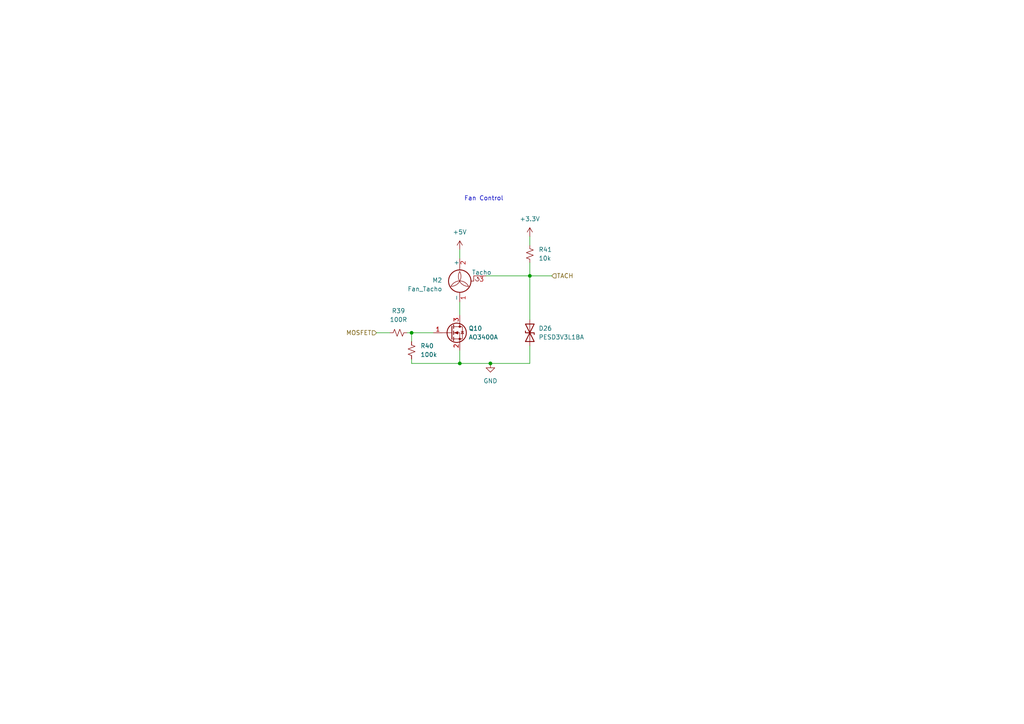
<source format=kicad_sch>
(kicad_sch (version 20250114) (generator "eeschema") (generator_version "9.0")
  (paper "A4")
  (title_block (title "FrothFET 8CH") (date "2024-08-21") (rev "E") (company "https://github.com/hoeken/frothfet"))
  (lib_symbols
    (symbol "Device:D_TVS" (pin_numbers (hide yes)) (pin_names (offset 1.016) (hide yes))
      (property "Reference" "D" (at 0 2.54 0))
      (property "Value" "D_TVS" (at 0 -2.54 0))
      (symbol "D_TVS_0_1"
        (polyline (pts (xy -2.54 1.27) (xy -2.54 -1.27) (xy 2.54 1.27) (xy 2.54 -1.27) (xy -2.54 1.27)) (stroke (width 0.254)))
        (polyline (pts (xy 0.508 1.27) (xy 0 1.27) (xy 0 -1.27) (xy -0.508 -1.27)) (stroke (width 0.254)))
        (polyline (pts (xy 1.27 0) (xy -1.27 0)))
      )
      (symbol "D_TVS_1_1"
        (pin passive line (at -3.81 0 0) (length 2.54) (name "A1") (number "1"))
        (pin passive line (at 3.81 0 180) (length 2.54) (name "A2") (number "2"))
      )
    )
    (symbol "Device:R_Small_US" (pin_numbers (hide yes)) (pin_names (offset 0.254) (hide yes))
      (property "Reference" "R" (at 0.762 0.508 0))
      (property "Value" "R_Small_US" (at 0.762 -1.016 0))
      (symbol "R_Small_US_1_1"
        (polyline (pts (xy 0 1.524) (xy 1.016 1.143) (xy 0 0.762) (xy -1.016 0.381) (xy 0 0)))
        (polyline (pts (xy 0 0) (xy 1.016 -0.381) (xy 0 -0.762) (xy -1.016 -1.143) (xy 0 -1.524)))
        (pin passive line (at 0 2.54 270) (length 1.016) (name "~") (number "1"))
        (pin passive line (at 0 -2.54 90) (length 1.016) (name "~") (number "2"))
      )
    )
    (symbol "Motor:Fan_Tacho" (pin_names (offset 0))
      (property "Reference" "M" (at 2.54 2.54 0))
      (property "Value" "Fan_Tacho" (at 2.54 -5.08 0))
      (symbol "Fan_Tacho_0_0"
        (polyline (pts (xy -5.08 -0.508) (xy -5.334 -0.381)))
        (polyline (pts (xy -5.08 -0.508) (xy -5.207 -0.762)))
        (arc (start -4.572 -1.016) (mid -5.08 -1.5218) (end -5.588 -1.016))
        (arc (start -5.588 -1.016) (mid -5.4392 -0.6568) (end -5.08 -0.508))
        (polyline (pts (xy -4.064 0) (xy -4.064 -1.524) (xy -3.302 -1.524)))
      )
      (symbol "Fan_Tacho_0_1"
        (polyline (pts (xy -4.064 0) (xy -5.08 0)))
        (arc (start 0 1.27) (mid -0.0015 -1.6352) (end -2.54 -3.048))
        (polyline (pts (xy 0 2.032) (xy 0 2.54)))
        (polyline (pts (xy 0 1.7272) (xy 0 2.0828)))
        (circle (center 0 -1.524) (radius 3.2512) (stroke (width 0.254)))
        (arc (start -2.54 -3.048) (mid 0 -1.4782) (end 2.54 -3.048))
        (polyline (pts (xy 0 -4.7752) (xy 0 -5.1816)))
        (polyline (pts (xy 0 -7.62) (xy 0 -7.112)))
        (arc (start 2.54 -3.048) (mid 0.047 -1.6085) (end 0 1.27))
      )
      (symbol "Fan_Tacho_1_1"
        (pin passive line (at -7.62 0 0) (length 2.54) (name "Tacho") (number "3"))
        (pin passive line (at 0 5.08 270) (length 2.54) (name "+") (number "2"))
        (pin passive line (at 0 -7.62 90) (length 2.54) (name "-") (number "1"))
      )
    )
    (symbol "Transistor_FET:AO3400A" (pin_names (offset 0) (hide yes))
      (property "Reference" "Q" (at 5.08 1.905 0))
      (property "Value" "AO3400A" (at 5.08 0 0))
      (symbol "AO3400A_0_1"
        (polyline (pts (xy 0.254 1.905) (xy 0.254 -1.905)) (stroke (width 0.254)))
        (polyline (pts (xy 0.254 0) (xy -2.54 0)))
        (polyline (pts (xy 0.762 2.286) (xy 0.762 1.27)) (stroke (width 0.254)))
        (polyline (pts (xy 0.762 0.508) (xy 0.762 -0.508)) (stroke (width 0.254)))
        (polyline (pts (xy 0.762 -1.27) (xy 0.762 -2.286)) (stroke (width 0.254)))
        (polyline (pts (xy 0.762 -1.778) (xy 3.302 -1.778) (xy 3.302 1.778) (xy 0.762 1.778)))
        (polyline (pts (xy 1.016 0) (xy 2.032 0.381) (xy 2.032 -0.381) (xy 1.016 0)) (fill (type outline)))
        (circle (center 1.651 0) (radius 2.794) (stroke (width 0.254)))
        (polyline (pts (xy 2.54 2.54) (xy 2.54 1.778)))
        (circle (center 2.54 1.778) (radius 0.254) (fill (type outline)))
        (circle (center 2.54 -1.778) (radius 0.254) (fill (type outline)))
        (polyline (pts (xy 2.54 -2.54) (xy 2.54 0) (xy 0.762 0)))
        (polyline (pts (xy 2.921 0.381) (xy 3.683 0.381)))
        (polyline (pts (xy 3.302 0.381) (xy 2.921 -0.254) (xy 3.683 -0.254) (xy 3.302 0.381)))
      )
      (symbol "AO3400A_1_1"
        (pin input line (at -5.08 0 0) (length 2.54) (name "G") (number "1"))
        (pin passive line (at 2.54 5.08 270) (length 2.54) (name "D") (number "3"))
        (pin passive line (at 2.54 -5.08 90) (length 2.54) (name "S") (number "2"))
      )
    )
    (symbol "power:+3.3V" (power) (pin_numbers (hide yes)) (pin_names (offset 0) (hide yes))
      (property "Value" "+3.3V" (at 0 3.556 0))
      (symbol "+3.3V_0_1"
        (polyline (pts (xy -0.762 1.27) (xy 0 2.54)))
        (polyline (pts (xy 0 2.54) (xy 0.762 1.27)))
        (polyline (pts (xy 0 0) (xy 0 2.54)))
      )
      (symbol "+3.3V_1_1"
        (pin power_in line (at 0 0 90) (length 0) (name "~") (number "1"))
      )
    )
    (symbol "power:+5V" (power) (pin_numbers (hide yes)) (pin_names (offset 0) (hide yes))
      (property "Value" "+5V" (at 0 3.556 0))
      (symbol "+5V_0_1"
        (polyline (pts (xy -0.762 1.27) (xy 0 2.54)))
        (polyline (pts (xy 0 2.54) (xy 0.762 1.27)))
        (polyline (pts (xy 0 0) (xy 0 2.54)))
      )
      (symbol "+5V_1_1"
        (pin power_in line (at 0 0 90) (length 0) (name "~") (number "1"))
      )
    )
    (symbol "power:GND" (power) (pin_numbers (hide yes)) (pin_names (offset 0) (hide yes))
      (property "Value" "GND" (at 0 -3.81 0))
      (symbol "GND_0_1"
        (polyline (pts (xy 0 0) (xy 0 -1.27) (xy 1.27 -1.27) (xy 0 -2.54) (xy -1.27 -1.27) (xy 0 -1.27)))
      )
      (symbol "GND_1_1"
        (pin power_in line (at 0 0 270) (length 0) (name "~") (number "1"))
      )
    )
  )
  (text "Fan Control" (at 134.62 58.42 0) (effects (font (size 1.27 1.27)) (justify left bottom)))
  (junction (at 142.24 105.41))
  (junction (at 119.38 96.52))
  (junction (at 153.67 80.01))
  (junction (at 133.35 105.41))
  (wire (pts (xy 153.67 80.01) (xy 160.02 80.01)))
  (wire (pts (xy 153.67 80.01) (xy 153.67 92.71)))
  (wire (pts (xy 133.35 105.41) (xy 142.24 105.41)))
  (wire (pts (xy 119.38 105.41) (xy 133.35 105.41)))
  (wire (pts (xy 153.67 100.33) (xy 153.67 105.41)))
  (wire (pts (xy 118.11 96.52) (xy 119.38 96.52)))
  (wire (pts (xy 153.67 76.2) (xy 153.67 80.01)))
  (wire (pts (xy 119.38 96.52) (xy 125.73 96.52)))
  (wire (pts (xy 153.67 68.58) (xy 153.67 71.12)))
  (wire (pts (xy 133.35 101.6) (xy 133.35 105.41)))
  (wire (pts (xy 140.97 80.01) (xy 153.67 80.01)))
  (wire (pts (xy 119.38 96.52) (xy 119.38 99.06)))
  (wire (pts (xy 133.35 87.63) (xy 133.35 91.44)))
  (wire (pts (xy 119.38 105.41) (xy 119.38 104.14)))
  (wire (pts (xy 142.24 105.41) (xy 153.67 105.41)))
  (wire (pts (xy 133.35 72.39) (xy 133.35 74.93)))
  (wire (pts (xy 109.22 96.52) (xy 113.03 96.52)))
  (hierarchical_label "TACH" (shape input) (at 160.02 80.01 0))
  (hierarchical_label "MOSFET" (shape input) (at 109.22 96.52 180))
  (symbol (lib_id "Device:D_TVS") (at 153.67 96.52 90) (unit 1)
    (property "Reference" "D25" (at 156.21 95.25 90) (effects (justify right)))
    (property "Value" "PESD3V3L1BA" (at 156.21 97.79 90) (effects (justify right)))
    (property "Footprint" "Diode_SMD:D_SOD-323" (effects (hide yes)))
    (property "LCSC" "C316020" (effects (hide yes)))
    (instances (project "frothfet" (path "" (reference "D26") (unit 1)) (path "" (reference "D25") (unit 1))))
  )
  (symbol (lib_id "Device:R_Small_US") (at 153.67 73.66 180) (unit 1)
    (property "Reference" "R38" (at 156.21 72.39 0) (effects (justify right)))
    (property "Value" "10k" (at 156.21 74.93 0) (effects (justify right)))
    (property "Footprint" "Resistor_SMD:R_0603_1608Metric" (effects (hide yes)))
    (instances (project "frothfet" (path "" (reference "R41") (unit 1)) (path "" (reference "R38") (unit 1))))
  )
  (symbol (lib_id "power:GND") (at 142.24 105.41 0) (unit 1)
    (property "Reference" "#PWR0115" (effects (hide yes)))
    (property "Value" "GND" (at 142.24 110.49 0))
    (property "Description" "Power symbol creates a global label with name \"GND\" , ground" (effects (hide yes)))
    (instances (project "8ch-mosfet" (path "" (reference "#PWR0118") (unit 1)) (path "" (reference "#PWR0115") (unit 1))))
  )
  (symbol (lib_id "Transistor_FET:AO3400A") (at 130.81 96.52 0) (unit 1)
    (property "Reference" "Q9" (at 135.89 95.25 0) (effects (justify left)))
    (property "Value" "AO3400A" (at 135.89 97.79 0) (effects (justify left)))
    (property "Footprint" "Package_TO_SOT_SMD:SOT-23" (effects (hide yes)))
    (property "Datasheet" "http://www.aosmd.com/pdfs/datasheet/AO3400A.pdf" (effects (hide yes)))
    (property "Description" "30V Vds, 5.7A Id, N-Channel MOSFET, SOT-23" (effects (hide yes)))
    (property "LCSC" "C5224194" (effects (hide yes)))
    (instances (project "8ch-mosfet" (path "" (reference "Q10") (unit 1)) (path "" (reference "Q9") (unit 1))))
  )
  (symbol (lib_id "power:+3.3V") (at 153.67 68.58 0) (unit 1)
    (property "Reference" "#PWR0116" (effects (hide yes)))
    (property "Value" "+3.3V" (at 153.67 63.5 0))
    (property "Description" "Power symbol creates a global label with name \"+3.3V\"" (effects (hide yes)))
    (instances (project "frothfet" (path "" (reference "#PWR0119") (unit 1)) (path "" (reference "#PWR0116") (unit 1))))
  )
  (symbol (lib_id "Motor:Fan_Tacho") (at 133.35 80.01 0) (mirror y) (unit 1)
    (property "Reference" "M1" (at 128.27 81.2799 0) (effects (justify left)))
    (property "Value" "Fan_Tacho" (at 128.27 83.8199 0) (effects (justify left)))
    (property "Footprint" "Connector:FanPinHeader_1x03_P2.54mm_Vertical" (effects (hide yes)))
    (property "Datasheet" "http://www.hardwarecanucks.com/forum/attachments/new-builds/16287d1330775095-help-chassis-power-fan-connectors-motherboard-asus_p8z68.jpg" (effects (hide yes)))
    (property "Description" "Fan, tacho output, 3-pin connector" (effects (hide yes)))
    (property "LCSC" "C86503" (effects (hide yes)))
    (instances (project "" (path "" (reference "M2") (unit 1)) (path "" (reference "M1") (unit 1))))
  )
  (symbol (lib_id "power:+5V") (at 133.35 72.39 0) (unit 1)
    (property "Reference" "#PWR0114" (effects (hide yes)))
    (property "Value" "+5V" (at 133.35 67.31 0))
    (property "Description" "Power symbol creates a global label with name \"+5V\"" (effects (hide yes)))
    (instances (project "8ch-mosfet" (path "" (reference "#PWR0117") (unit 1)) (path "" (reference "#PWR0114") (unit 1))))
  )
  (symbol (lib_id "Device:R_Small_US") (at 119.38 101.6 0) (unit 1)
    (property "Reference" "R37" (at 121.92 100.3299 0) (effects (justify left)))
    (property "Value" "100k" (at 121.92 102.8699 0) (effects (justify left)))
    (property "Footprint" "Resistor_SMD:R_0603_1608Metric" (effects (hide yes)))
    (instances (project "frothfet" (path "" (reference "R40") (unit 1)) (path "" (reference "R37") (unit 1))))
  )
  (symbol (lib_id "Device:R_Small_US") (at 115.57 96.52 270) (unit 1)
    (property "Reference" "R36" (at 115.57 90.17 90))
    (property "Value" "100R" (at 115.57 92.71 90))
    (property "Footprint" "Resistor_SMD:R_0603_1608Metric" (effects (hide yes)))
    (instances (project "8ch-mosfet" (path "" (reference "R39") (unit 1)) (path "" (reference "R36") (unit 1))))
  )
)
</source>
